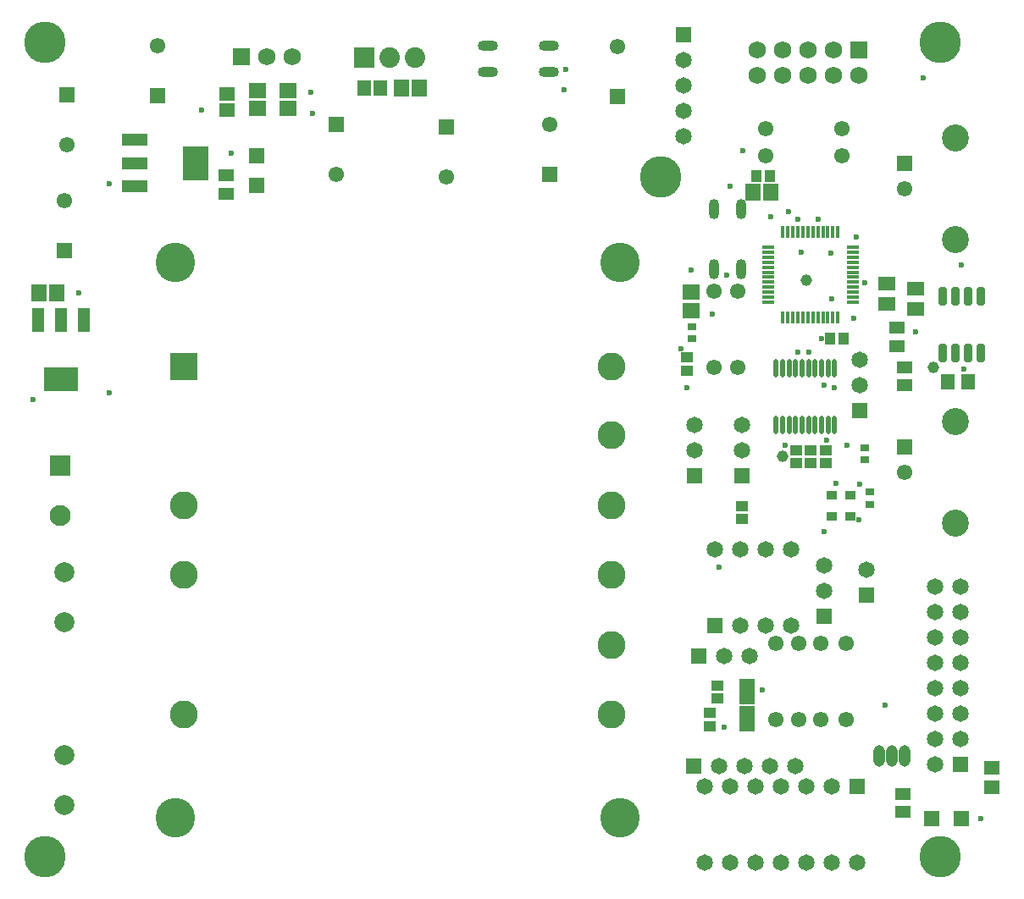
<source format=gts>
G04*
G04 #@! TF.GenerationSoftware,Altium Limited,Altium Designer,20.1.14 (287)*
G04*
G04 Layer_Color=8388736*
%FSLAX25Y25*%
%MOIN*%
G70*
G04*
G04 #@! TF.SameCoordinates,AD96D815-87A0-4BF7-847C-790837316B47*
G04*
G04*
G04 #@! TF.FilePolarity,Negative*
G04*
G01*
G75*
%ADD23R,0.03543X0.02953*%
%ADD24R,0.04134X0.04528*%
%ADD25R,0.06496X0.06693*%
%ADD26R,0.06693X0.06496*%
%ADD27R,0.04528X0.04134*%
%ADD28R,0.05709X0.06299*%
%ADD29O,0.07874X0.04134*%
%ADD30R,0.06299X0.05709*%
%ADD31R,0.06299X0.04724*%
%ADD32R,0.10433X0.04528*%
%ADD33R,0.10433X0.13583*%
%ADD34R,0.06496X0.06102*%
%ADD35R,0.06299X0.05315*%
%ADD36R,0.06693X0.05512*%
G04:AMPARAMS|DCode=37|XSize=31.5mil|YSize=70.87mil|CornerRadius=4.87mil|HoleSize=0mil|Usage=FLASHONLY|Rotation=0.000|XOffset=0mil|YOffset=0mil|HoleType=Round|Shape=RoundedRectangle|*
%AMROUNDEDRECTD37*
21,1,0.03150,0.06112,0,0,0.0*
21,1,0.02175,0.07087,0,0,0.0*
1,1,0.00974,0.01088,-0.03056*
1,1,0.00974,-0.01088,-0.03056*
1,1,0.00974,-0.01088,0.03056*
1,1,0.00974,0.01088,0.03056*
%
%ADD37ROUNDEDRECTD37*%
%ADD38R,0.05315X0.06299*%
%ADD39R,0.03937X0.03543*%
%ADD40R,0.04724X0.01181*%
%ADD41R,0.01181X0.04724*%
%ADD42O,0.01968X0.07284*%
%ADD43O,0.04134X0.07874*%
%ADD44R,0.06102X0.06496*%
%ADD45R,0.04528X0.09252*%
%ADD46R,0.13583X0.09252*%
%ADD47R,0.05906X0.09843*%
%ADD48C,0.06496*%
%ADD49R,0.06496X0.06496*%
%ADD50R,0.06496X0.06496*%
%ADD51R,0.10984X0.10984*%
%ADD52C,0.10984*%
%ADD53C,0.15551*%
%ADD54C,0.06102*%
%ADD55R,0.06102X0.06102*%
%ADD56R,0.06890X0.06890*%
%ADD57C,0.06890*%
%ADD58C,0.08071*%
%ADD59R,0.08071X0.08071*%
%ADD60O,0.04528X0.08465*%
%ADD61O,0.04528X0.08465*%
%ADD62C,0.10630*%
%ADD63R,0.06890X0.06890*%
%ADD64C,0.06890*%
%ADD65C,0.08268*%
%ADD66R,0.08268X0.08268*%
%ADD67C,0.07874*%
%ADD68C,0.16339*%
%ADD69C,0.02362*%
%ADD70C,0.04528*%
D23*
X334500Y152638D02*
D03*
Y157362D02*
D03*
X264500Y222500D02*
D03*
Y217776D02*
D03*
X332500Y174862D02*
D03*
Y170138D02*
D03*
D24*
X289685Y282000D02*
D03*
X295000D02*
D03*
X324158Y218000D02*
D03*
X318843D02*
D03*
D25*
X288457Y275500D02*
D03*
X295543D02*
D03*
X157043Y316500D02*
D03*
X149957D02*
D03*
X14500Y236000D02*
D03*
X7413D02*
D03*
D26*
X264000Y236043D02*
D03*
Y228957D02*
D03*
X105500Y315543D02*
D03*
Y308457D02*
D03*
X93500Y315543D02*
D03*
Y308457D02*
D03*
D27*
X262500Y205343D02*
D03*
Y210658D02*
D03*
X317000Y168685D02*
D03*
X311000D02*
D03*
X305500Y174000D02*
D03*
X311000D02*
D03*
X274453Y81343D02*
D03*
X271500Y65342D02*
D03*
Y70657D02*
D03*
X317000Y174000D02*
D03*
X305500Y168685D02*
D03*
X284000Y152000D02*
D03*
Y146685D02*
D03*
X274453Y76028D02*
D03*
D28*
X135350Y316500D02*
D03*
X141650D02*
D03*
D29*
X207909Y322685D02*
D03*
Y333315D02*
D03*
X184091Y322685D02*
D03*
Y333315D02*
D03*
D30*
X81500Y314150D02*
D03*
Y307850D02*
D03*
D31*
X81000Y282142D02*
D03*
Y274858D02*
D03*
X345000Y214858D02*
D03*
Y222142D02*
D03*
X348000Y206642D02*
D03*
Y199358D02*
D03*
X347500Y38642D02*
D03*
Y31358D02*
D03*
D32*
X44992Y296055D02*
D03*
Y287000D02*
D03*
Y277945D02*
D03*
D33*
X69008Y287000D02*
D03*
D34*
X93000Y289906D02*
D03*
Y278095D02*
D03*
D35*
X382500Y41063D02*
D03*
Y48937D02*
D03*
D36*
X352434Y237571D02*
D03*
Y229500D02*
D03*
X341000Y231465D02*
D03*
Y239535D02*
D03*
D37*
X378061Y234580D02*
D03*
X373061D02*
D03*
X368061D02*
D03*
X363061D02*
D03*
X373061Y212336D02*
D03*
X368061D02*
D03*
X363061D02*
D03*
X378061D02*
D03*
D38*
X372937Y201000D02*
D03*
X365063D02*
D03*
D39*
X326740Y147866D02*
D03*
Y156134D02*
D03*
X319260D02*
D03*
Y147866D02*
D03*
D40*
X327732Y251858D02*
D03*
Y253827D02*
D03*
X294268Y238079D02*
D03*
X327732Y236110D02*
D03*
Y249890D02*
D03*
Y247921D02*
D03*
Y245953D02*
D03*
Y243984D02*
D03*
Y242016D02*
D03*
Y240047D02*
D03*
Y238079D02*
D03*
Y234142D02*
D03*
Y232173D02*
D03*
X294268D02*
D03*
Y234142D02*
D03*
Y236110D02*
D03*
Y240047D02*
D03*
Y242016D02*
D03*
Y243984D02*
D03*
Y245953D02*
D03*
Y247921D02*
D03*
Y249890D02*
D03*
Y251858D02*
D03*
Y253827D02*
D03*
D41*
X319858Y226268D02*
D03*
X302142Y259732D02*
D03*
X321827Y226268D02*
D03*
X300173Y259732D02*
D03*
X308047D02*
D03*
X317890Y226268D02*
D03*
X300173D02*
D03*
X304110Y259732D02*
D03*
X306079D02*
D03*
X310016D02*
D03*
X311984D02*
D03*
X313953D02*
D03*
X315921D02*
D03*
X317890D02*
D03*
X319858D02*
D03*
X321827D02*
D03*
X315921Y226268D02*
D03*
X313953D02*
D03*
X311984D02*
D03*
X310016D02*
D03*
X308047D02*
D03*
X306079D02*
D03*
X304110D02*
D03*
X302142D02*
D03*
D42*
X320516Y183780D02*
D03*
X317957D02*
D03*
X312839D02*
D03*
X307720D02*
D03*
X305161D02*
D03*
X320516Y206220D02*
D03*
X317957D02*
D03*
X315398D02*
D03*
X312839D02*
D03*
X310280D02*
D03*
X307720D02*
D03*
X305161D02*
D03*
X302602D02*
D03*
X300043D02*
D03*
X297484D02*
D03*
X315398Y183780D02*
D03*
X310280D02*
D03*
X302602D02*
D03*
X300043D02*
D03*
X297484D02*
D03*
D43*
X283815Y268909D02*
D03*
X273185Y245091D02*
D03*
X283815D02*
D03*
X273185Y268909D02*
D03*
D44*
X370406Y29000D02*
D03*
X358594D02*
D03*
D45*
X16000Y225311D02*
D03*
X6945D02*
D03*
X25055D02*
D03*
D46*
X16000Y201689D02*
D03*
D47*
X286000Y78717D02*
D03*
Y68283D02*
D03*
D48*
X305000Y49500D02*
D03*
X295000D02*
D03*
X285000D02*
D03*
X275000D02*
D03*
X269500Y11500D02*
D03*
X279500D02*
D03*
X289500D02*
D03*
X299500D02*
D03*
X309500D02*
D03*
X319500D02*
D03*
X329500D02*
D03*
X269500Y41500D02*
D03*
X279500D02*
D03*
X289500D02*
D03*
X299500D02*
D03*
X309500D02*
D03*
X319500D02*
D03*
X277000Y93000D02*
D03*
X287000D02*
D03*
X330500Y199500D02*
D03*
Y209500D02*
D03*
X261000Y327500D02*
D03*
Y317500D02*
D03*
Y307500D02*
D03*
Y297500D02*
D03*
X360000Y50322D02*
D03*
X370000Y60322D02*
D03*
X360000D02*
D03*
X370000Y70322D02*
D03*
X360000D02*
D03*
X370000Y80322D02*
D03*
X360000D02*
D03*
X370000Y90322D02*
D03*
X360000D02*
D03*
X370000Y100322D02*
D03*
X360000D02*
D03*
X370000Y110322D02*
D03*
X360000D02*
D03*
X370000Y120322D02*
D03*
X360000D02*
D03*
X333000Y127000D02*
D03*
X284000Y184000D02*
D03*
Y174000D02*
D03*
X265500Y184000D02*
D03*
Y174000D02*
D03*
X303500Y135000D02*
D03*
X316500Y118442D02*
D03*
Y128442D02*
D03*
X293500Y135000D02*
D03*
X283500D02*
D03*
X273500D02*
D03*
X303500Y105000D02*
D03*
X293500D02*
D03*
X283500D02*
D03*
D49*
X265000Y49500D02*
D03*
X267000Y93000D02*
D03*
D50*
X329500Y41500D02*
D03*
X330500Y189500D02*
D03*
X261000Y337500D02*
D03*
X370000Y50322D02*
D03*
X333000Y117000D02*
D03*
X284000Y164000D02*
D03*
X265500D02*
D03*
X273500Y105000D02*
D03*
X316500Y108442D02*
D03*
D51*
X64500Y207000D02*
D03*
D52*
X232610D02*
D03*
X64500Y152276D02*
D03*
Y124717D02*
D03*
X232610Y152276D02*
D03*
Y124717D02*
D03*
Y69992D02*
D03*
X64500D02*
D03*
X232610Y179835D02*
D03*
Y97157D02*
D03*
D53*
X61154Y29244D02*
D03*
X235957D02*
D03*
Y247748D02*
D03*
X61154D02*
D03*
D54*
X124500Y282500D02*
D03*
X167657Y281658D02*
D03*
X235000Y332842D02*
D03*
X208500Y302185D02*
D03*
X17500Y272343D02*
D03*
X18500Y294158D02*
D03*
X54000Y333343D02*
D03*
X325000Y68000D02*
D03*
Y98000D02*
D03*
X348000Y276849D02*
D03*
Y165050D02*
D03*
X323500Y290000D02*
D03*
X293500D02*
D03*
X293500Y300500D02*
D03*
X323500D02*
D03*
X282500Y206500D02*
D03*
X315167Y98000D02*
D03*
Y68000D02*
D03*
X306333D02*
D03*
Y98000D02*
D03*
X273000Y206500D02*
D03*
Y236500D02*
D03*
X282500D02*
D03*
X297500Y98000D02*
D03*
Y68000D02*
D03*
D55*
X124500Y302185D02*
D03*
X167657Y301343D02*
D03*
X235000Y313158D02*
D03*
X208500Y282500D02*
D03*
X17500Y252657D02*
D03*
X18500Y313843D02*
D03*
X54000Y313657D02*
D03*
X348000Y286848D02*
D03*
Y175050D02*
D03*
D56*
X87000Y329000D02*
D03*
D57*
X97000D02*
D03*
X107000D02*
D03*
D58*
X155480Y328374D02*
D03*
X145500D02*
D03*
D59*
X135520D02*
D03*
D60*
X348000Y53500D02*
D03*
X338000D02*
D03*
D61*
X343000D02*
D03*
D62*
X368000Y296849D02*
D03*
Y256849D02*
D03*
Y185050D02*
D03*
Y145050D02*
D03*
D63*
X330000Y331471D02*
D03*
D64*
Y321472D02*
D03*
X320000Y331471D02*
D03*
Y321472D02*
D03*
X310000Y331471D02*
D03*
Y321472D02*
D03*
X300000Y331471D02*
D03*
X290000D02*
D03*
X300000Y321472D02*
D03*
X290000D02*
D03*
D65*
X15728Y148157D02*
D03*
D66*
Y167842D02*
D03*
D67*
X17500Y125843D02*
D03*
Y106157D02*
D03*
Y54000D02*
D03*
Y34315D02*
D03*
D68*
X9843Y334646D02*
D03*
X251969Y281496D02*
D03*
X362205Y13780D02*
D03*
Y334646D02*
D03*
X9843Y13780D02*
D03*
D69*
X340500Y73500D02*
D03*
X315500Y218000D02*
D03*
X330500Y160500D02*
D03*
X292000Y79500D02*
D03*
X310500Y212500D02*
D03*
X320500Y198500D02*
D03*
X306000Y212564D02*
D03*
X316500Y199500D02*
D03*
X325500Y176000D02*
D03*
X328000Y226000D02*
D03*
X352500Y220500D02*
D03*
X301000Y176000D02*
D03*
X321000Y161000D02*
D03*
X316500Y142000D02*
D03*
X330000Y146500D02*
D03*
X284500Y292000D02*
D03*
X214000Y316000D02*
D03*
X262500Y198500D02*
D03*
X272500Y227500D02*
D03*
X260000Y214000D02*
D03*
X279500Y278000D02*
D03*
X319500Y233500D02*
D03*
X378000Y29000D02*
D03*
X275000Y127731D02*
D03*
X295500Y266000D02*
D03*
X307500Y252000D02*
D03*
X319000Y251500D02*
D03*
X329000Y258000D02*
D03*
X35000Y196500D02*
D03*
X23000Y236000D02*
D03*
X71500Y308000D02*
D03*
X83000Y291000D02*
D03*
X114500Y315000D02*
D03*
X115000Y306500D02*
D03*
X35000Y279000D02*
D03*
X5000Y194000D02*
D03*
X214580Y323920D02*
D03*
X277000Y65000D02*
D03*
X278000Y243000D02*
D03*
X355500Y320500D02*
D03*
X371500Y206000D02*
D03*
X370500Y247000D02*
D03*
X264000Y245000D02*
D03*
X317500Y178000D02*
D03*
X332370Y240000D02*
D03*
X302500Y268000D02*
D03*
X306000Y265000D02*
D03*
X314000D02*
D03*
D70*
X300000Y171397D02*
D03*
X359500Y206500D02*
D03*
X309500Y241000D02*
D03*
M02*

</source>
